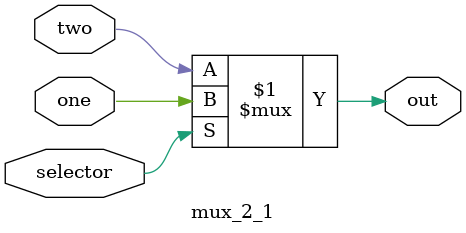
<source format=v>
`ifndef _MUX_2_1_
`define _MUX_2_1_

module mux_2_1 (
    input  one,
    input  two,
    input  selector,
    output out
);

  assign out = selector ? one : two;

endmodule
`endif

</source>
